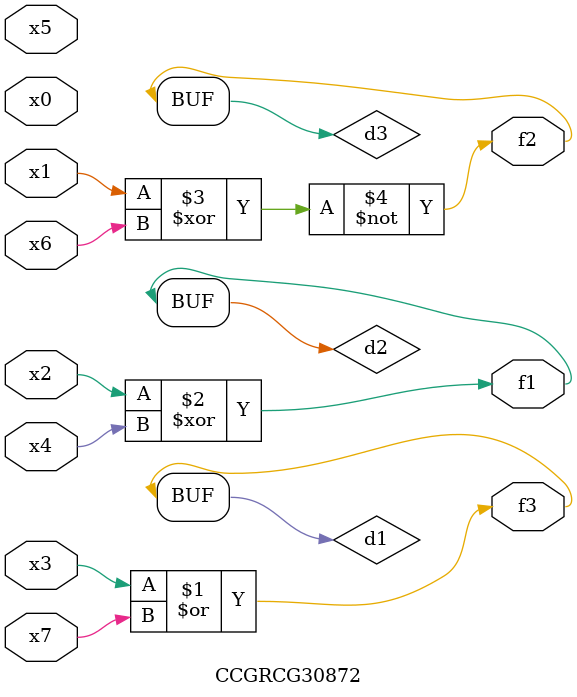
<source format=v>
module CCGRCG30872(
	input x0, x1, x2, x3, x4, x5, x6, x7,
	output f1, f2, f3
);

	wire d1, d2, d3;

	or (d1, x3, x7);
	xor (d2, x2, x4);
	xnor (d3, x1, x6);
	assign f1 = d2;
	assign f2 = d3;
	assign f3 = d1;
endmodule

</source>
